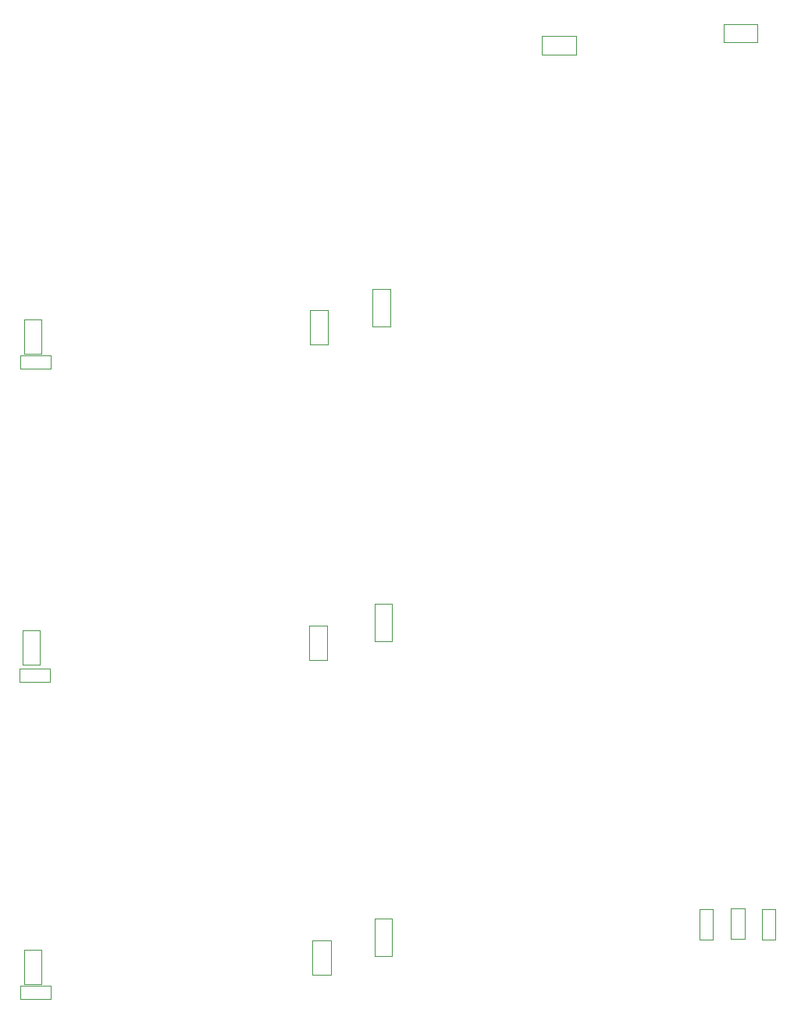
<source format=gbr>
%TF.GenerationSoftware,KiCad,Pcbnew,7.0.9*%
%TF.CreationDate,2024-01-15T08:13:50+05:30*%
%TF.ProjectId,controller_full6,636f6e74-726f-46c6-9c65-725f66756c6c,rev?*%
%TF.SameCoordinates,Original*%
%TF.FileFunction,Other,User*%
%FSLAX46Y46*%
G04 Gerber Fmt 4.6, Leading zero omitted, Abs format (unit mm)*
G04 Created by KiCad (PCBNEW 7.0.9) date 2024-01-15 08:13:50*
%MOMM*%
%LPD*%
G01*
G04 APERTURE LIST*
%ADD10C,0.050000*%
G04 APERTURE END LIST*
D10*
%TO.C,C26*%
X176220000Y-100140000D02*
X178180000Y-100140000D01*
X178180000Y-100140000D02*
X178180000Y-96380000D01*
X176220000Y-96380000D02*
X176220000Y-100140000D01*
X178180000Y-96380000D02*
X176220000Y-96380000D01*
%TO.C,R3*%
X226690000Y-161330000D02*
X225230000Y-161330000D01*
X225230000Y-161330000D02*
X225230000Y-164630000D01*
X226690000Y-164630000D02*
X226690000Y-161330000D01*
X225230000Y-164630000D02*
X226690000Y-164630000D01*
%TO.C,D6*%
X183210000Y-132247724D02*
X183210000Y-128247724D01*
X185110000Y-132247724D02*
X183210000Y-132247724D01*
X185110000Y-132247724D02*
X185110000Y-128247724D01*
X185110000Y-128247724D02*
X183210000Y-128247724D01*
%TO.C,R11*%
X148100000Y-171100000D02*
X148100000Y-169640000D01*
X148100000Y-169640000D02*
X144800000Y-169640000D01*
X144800000Y-171100000D02*
X148100000Y-171100000D01*
X144800000Y-169640000D02*
X144800000Y-171100000D01*
%TO.C,R23*%
X146930000Y-131130000D02*
X145030000Y-131130000D01*
X145030000Y-131130000D02*
X145030000Y-134830000D01*
X146930000Y-134830000D02*
X146930000Y-131130000D01*
X145030000Y-134830000D02*
X146930000Y-134830000D01*
%TO.C,C43*%
X205100000Y-68660000D02*
X205100000Y-66700000D01*
X205100000Y-66700000D02*
X201340000Y-66700000D01*
X201340000Y-68660000D02*
X205100000Y-68660000D01*
X201340000Y-66700000D02*
X201340000Y-68660000D01*
%TO.C,R1*%
X219900000Y-161290000D02*
X218440000Y-161290000D01*
X218440000Y-161290000D02*
X218440000Y-164590000D01*
X219900000Y-164590000D02*
X219900000Y-161290000D01*
X218440000Y-164590000D02*
X219900000Y-164590000D01*
%TO.C,C56*%
X178110000Y-130570000D02*
X176150000Y-130570000D01*
X176150000Y-130570000D02*
X176150000Y-134330000D01*
X178110000Y-134330000D02*
X178110000Y-130570000D01*
X176150000Y-134330000D02*
X178110000Y-134330000D01*
%TO.C,R21*%
X221070000Y-65410000D02*
X221070000Y-67310000D01*
X221070000Y-67310000D02*
X224770000Y-67310000D01*
X224770000Y-65410000D02*
X221070000Y-65410000D01*
X224770000Y-67310000D02*
X224770000Y-65410000D01*
%TO.C,R22*%
X145210000Y-169460000D02*
X147110000Y-169460000D01*
X147110000Y-169460000D02*
X147110000Y-165760000D01*
X145210000Y-165760000D02*
X145210000Y-169460000D01*
X147110000Y-165760000D02*
X145210000Y-165760000D01*
%TO.C,R19*%
X148130000Y-102720000D02*
X148130000Y-101260000D01*
X148130000Y-101260000D02*
X144830000Y-101260000D01*
X144830000Y-102720000D02*
X148130000Y-102720000D01*
X144830000Y-101260000D02*
X144830000Y-102720000D01*
%TO.C,C57*%
X178462556Y-164717444D02*
X176502556Y-164717444D01*
X176502556Y-164717444D02*
X176502556Y-168477444D01*
X178462556Y-168477444D02*
X178462556Y-164717444D01*
X176502556Y-168477444D02*
X178462556Y-168477444D01*
%TO.C,D9*%
X183020000Y-98133750D02*
X183020000Y-94133750D01*
X184920000Y-98133750D02*
X183020000Y-98133750D01*
X184920000Y-98133750D02*
X184920000Y-94133750D01*
X184920000Y-94133750D02*
X183020000Y-94133750D01*
%TO.C,D3*%
X183242556Y-166367444D02*
X183242556Y-162367444D01*
X185142556Y-166367444D02*
X183242556Y-166367444D01*
X185142556Y-166367444D02*
X185142556Y-162367444D01*
X185142556Y-162367444D02*
X183242556Y-162367444D01*
%TO.C,R24*%
X145210000Y-101100000D02*
X147110000Y-101100000D01*
X147110000Y-101100000D02*
X147110000Y-97400000D01*
X145210000Y-97400000D02*
X145210000Y-101100000D01*
X147110000Y-97400000D02*
X145210000Y-97400000D01*
%TO.C,R2*%
X223340000Y-161272500D02*
X221880000Y-161272500D01*
X221880000Y-161272500D02*
X221880000Y-164572500D01*
X223340000Y-164572500D02*
X223340000Y-161272500D01*
X221880000Y-164572500D02*
X223340000Y-164572500D01*
%TO.C,R14*%
X147980000Y-136700000D02*
X147980000Y-135240000D01*
X147980000Y-135240000D02*
X144680000Y-135240000D01*
X144680000Y-136700000D02*
X147980000Y-136700000D01*
X144680000Y-135240000D02*
X144680000Y-136700000D01*
%TD*%
M02*

</source>
